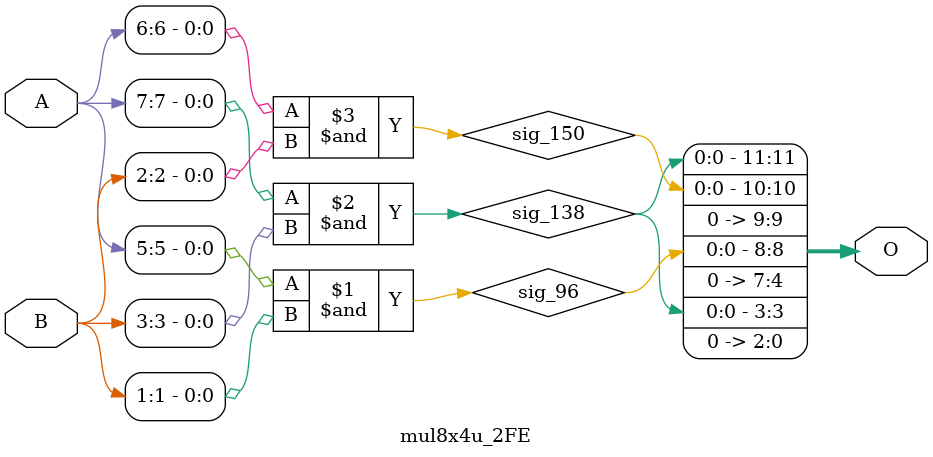
<source format=v>
/***
* This code is a part of EvoApproxLib library (ehw.fit.vutbr.cz/approxlib) distributed under The MIT License.
* When used, please cite the following article(s): V. Mrazek, L. Sekanina and Z. Vasicek, "Libraries of Approximate Circuits: Design and Application in CNN Accelerators" 
* This file contains a circuit from a sub-set of pareto optimal circuits with respect to the pwr and mae parameters
***/
// MAE% = 7.95 %
// MAE = 326 
// WCE% = 27.91 %
// WCE = 1143 
// WCRE% = 300.00 %
// EP% = 93.36 %
// MRE% = 62.04 %
// MSE = 184297 
// PDK45_PWR = 0.00089 mW
// PDK45_AREA = 7.0 um2
// PDK45_DELAY = 0.04 ns

module mul8x4u_2FE (
    A,
    B,
    O
);

input [7:0] A;
input [3:0] B;
output [11:0] O;

wire sig_96,sig_138,sig_150;

assign sig_96 = A[5] & B[1];
assign sig_138 = A[7] & B[3];
assign sig_150 = A[6] & B[2];

assign O[11] = sig_138;
assign O[10] = sig_150;
assign O[9] = 1'b0;
assign O[8] = sig_96;
assign O[7] = 1'b0;
assign O[6] = 1'b0;
assign O[5] = 1'b0;
assign O[4] = 1'b0;
assign O[3] = sig_138;
assign O[2] = 1'b0;
assign O[1] = 1'b0;
assign O[0] = 1'b0;

endmodule



</source>
